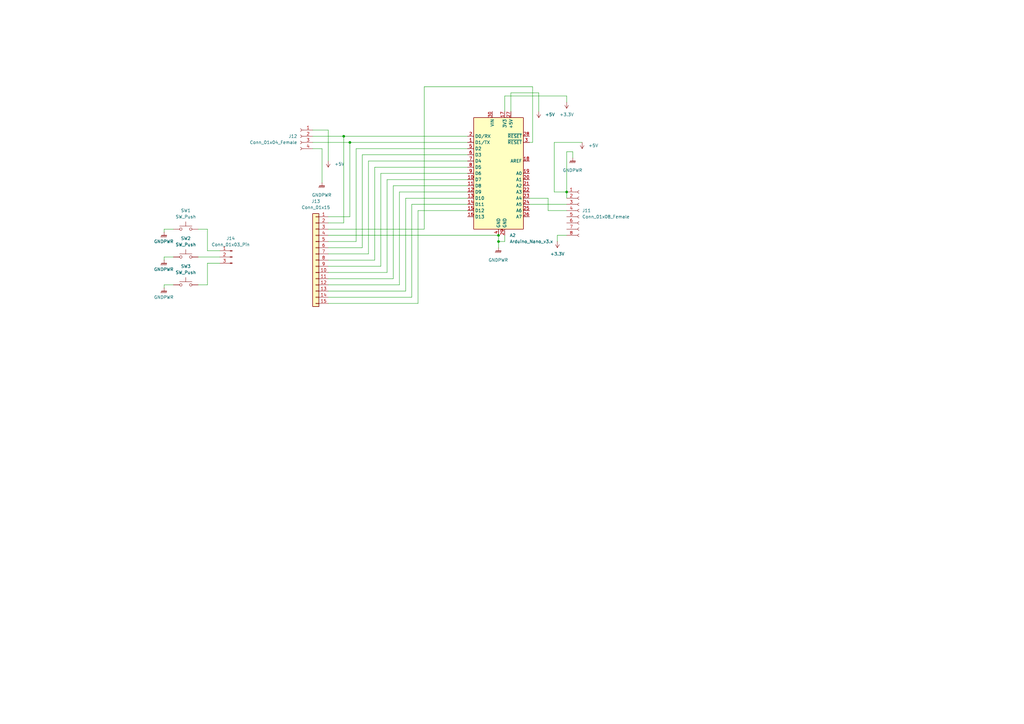
<source format=kicad_sch>
(kicad_sch (version 20231120) (generator "eeschema") (generator_version "8.0")
  (paper "A3")
  (lib_symbols
    (symbol "Connector:Conn_01x03_Pin" (pin_names (offset 1.016) hide)
      (property "Reference" "J" (at 0 5.08 0))
      (property "Value" "Conn_01x03_Pin" (at 0 -5.08 0))
      (symbol "Conn_01x03_Pin_1_1"
        (polyline (pts (xy 1.27 -2.54) (xy 0.8636 -2.54)) (stroke (width 0.1524)))
        (polyline (pts (xy 1.27 0) (xy 0.8636 0)) (stroke (width 0.1524)))
        (polyline (pts (xy 1.27 2.54) (xy 0.8636 2.54)) (stroke (width 0.1524)))
        (rectangle (start 0.8636 -2.413) (end 0 -2.667) (stroke (width 0.1524)) (fill (type outline)))
        (rectangle (start 0.8636 0.127) (end 0 -0.127) (stroke (width 0.1524)) (fill (type outline)))
        (rectangle (start 0.8636 2.667) (end 0 2.413) (stroke (width 0.1524)) (fill (type outline)))
        (pin passive line (at 5.08 2.54 180) (length 3.81) (name "Pin_1") (number "1"))
        (pin passive line (at 5.08 0 180) (length 3.81) (name "Pin_2") (number "2"))
        (pin passive line (at 5.08 -2.54 180) (length 3.81) (name "Pin_3") (number "3"))
      )
    )
    (symbol "Connector:Conn_01x04_Female" (pin_names (offset 1.016) hide)
      (property "Reference" "J" (at 0 5.08 0))
      (property "Value" "Conn_01x04_Female" (at 0 -7.62 0))
      (symbol "Conn_01x04_Female_1_1"
        (arc (start 0 -4.572) (mid -0.5058 -5.08) (end 0 -5.588) (stroke (width 0.1524)))
        (arc (start 0 -2.032) (mid -0.5058 -2.54) (end 0 -3.048) (stroke (width 0.1524)))
        (polyline (pts (xy -1.27 -5.08) (xy -0.508 -5.08)) (stroke (width 0.1524)))
        (polyline (pts (xy -1.27 -2.54) (xy -0.508 -2.54)) (stroke (width 0.1524)))
        (polyline (pts (xy -1.27 0) (xy -0.508 0)) (stroke (width 0.1524)))
        (polyline (pts (xy -1.27 2.54) (xy -0.508 2.54)) (stroke (width 0.1524)))
        (arc (start 0 0.508) (mid -0.5058 0) (end 0 -0.508) (stroke (width 0.1524)))
        (arc (start 0 3.048) (mid -0.5058 2.54) (end 0 2.032) (stroke (width 0.1524)))
        (pin passive line (at -5.08 2.54 0) (length 3.81) (name "Pin_1") (number "1"))
        (pin passive line (at -5.08 0 0) (length 3.81) (name "Pin_2") (number "2"))
        (pin passive line (at -5.08 -2.54 0) (length 3.81) (name "Pin_3") (number "3"))
        (pin passive line (at -5.08 -5.08 0) (length 3.81) (name "Pin_4") (number "4"))
      )
    )
    (symbol "Connector:Conn_01x08_Female" (pin_names (offset 1.016) hide)
      (property "Reference" "J" (at 0 10.16 0))
      (property "Value" "Conn_01x08_Female" (at 0 -12.7 0))
      (symbol "Conn_01x08_Female_1_1"
        (arc (start 0 -9.652) (mid -0.5058 -10.16) (end 0 -10.668) (stroke (width 0.1524)))
        (arc (start 0 -7.112) (mid -0.5058 -7.62) (end 0 -8.128) (stroke (width 0.1524)))
        (arc (start 0 -4.572) (mid -0.5058 -5.08) (end 0 -5.588) (stroke (width 0.1524)))
        (arc (start 0 -2.032) (mid -0.5058 -2.54) (end 0 -3.048) (stroke (width 0.1524)))
        (polyline (pts (xy -1.27 -10.16) (xy -0.508 -10.16)) (stroke (width 0.1524)))
        (polyline (pts (xy -1.27 -7.62) (xy -0.508 -7.62)) (stroke (width 0.1524)))
        (polyline (pts (xy -1.27 -5.08) (xy -0.508 -5.08)) (stroke (width 0.1524)))
        (polyline (pts (xy -1.27 -2.54) (xy -0.508 -2.54)) (stroke (width 0.1524)))
        (polyline (pts (xy -1.27 0) (xy -0.508 0)) (stroke (width 0.1524)))
        (polyline (pts (xy -1.27 2.54) (xy -0.508 2.54)) (stroke (width 0.1524)))
        (polyline (pts (xy -1.27 5.08) (xy -0.508 5.08)) (stroke (width 0.1524)))
        (polyline (pts (xy -1.27 7.62) (xy -0.508 7.62)) (stroke (width 0.1524)))
        (arc (start 0 0.508) (mid -0.5058 0) (end 0 -0.508) (stroke (width 0.1524)))
        (arc (start 0 3.048) (mid -0.5058 2.54) (end 0 2.032) (stroke (width 0.1524)))
        (arc (start 0 5.588) (mid -0.5058 5.08) (end 0 4.572) (stroke (width 0.1524)))
        (arc (start 0 8.128) (mid -0.5058 7.62) (end 0 7.112) (stroke (width 0.1524)))
        (pin passive line (at -5.08 7.62 0) (length 3.81) (name "Pin_1") (number "1"))
        (pin passive line (at -5.08 5.08 0) (length 3.81) (name "Pin_2") (number "2"))
        (pin passive line (at -5.08 2.54 0) (length 3.81) (name "Pin_3") (number "3"))
        (pin passive line (at -5.08 0 0) (length 3.81) (name "Pin_4") (number "4"))
        (pin passive line (at -5.08 -2.54 0) (length 3.81) (name "Pin_5") (number "5"))
        (pin passive line (at -5.08 -5.08 0) (length 3.81) (name "Pin_6") (number "6"))
        (pin passive line (at -5.08 -7.62 0) (length 3.81) (name "Pin_7") (number "7"))
        (pin passive line (at -5.08 -10.16 0) (length 3.81) (name "Pin_8") (number "8"))
      )
    )
    (symbol "Connector_Generic:Conn_01x15" (pin_names (offset 1.016) hide)
      (property "Reference" "J" (at 0 20.32 0))
      (property "Value" "Conn_01x15" (at 0 -20.32 0))
      (symbol "Conn_01x15_1_1"
        (rectangle (start -1.27 -17.653) (end 0 -17.907) (stroke (width 0.1524)))
        (rectangle (start -1.27 -15.113) (end 0 -15.367) (stroke (width 0.1524)))
        (rectangle (start -1.27 -12.573) (end 0 -12.827) (stroke (width 0.1524)))
        (rectangle (start -1.27 -10.033) (end 0 -10.287) (stroke (width 0.1524)))
        (rectangle (start -1.27 -7.493) (end 0 -7.747) (stroke (width 0.1524)))
        (rectangle (start -1.27 -4.953) (end 0 -5.207) (stroke (width 0.1524)))
        (rectangle (start -1.27 -2.413) (end 0 -2.667) (stroke (width 0.1524)))
        (rectangle (start -1.27 0.127) (end 0 -0.127) (stroke (width 0.1524)))
        (rectangle (start -1.27 2.667) (end 0 2.413) (stroke (width 0.1524)))
        (rectangle (start -1.27 5.207) (end 0 4.953) (stroke (width 0.1524)))
        (rectangle (start -1.27 7.747) (end 0 7.493) (stroke (width 0.1524)))
        (rectangle (start -1.27 10.287) (end 0 10.033) (stroke (width 0.1524)))
        (rectangle (start -1.27 12.827) (end 0 12.573) (stroke (width 0.1524)))
        (rectangle (start -1.27 15.367) (end 0 15.113) (stroke (width 0.1524)))
        (rectangle (start -1.27 17.907) (end 0 17.653) (stroke (width 0.1524)))
        (rectangle (start -1.27 19.05) (end 1.27 -19.05) (stroke (width 0.254)) (fill (type background)))
        (pin passive line (at -5.08 17.78 0) (length 3.81) (name "Pin_1") (number "1"))
        (pin passive line (at -5.08 -5.08 0) (length 3.81) (name "Pin_10") (number "10"))
        (pin passive line (at -5.08 -7.62 0) (length 3.81) (name "Pin_11") (number "11"))
        (pin passive line (at -5.08 -10.16 0) (length 3.81) (name "Pin_12") (number "12"))
        (pin passive line (at -5.08 -12.7 0) (length 3.81) (name "Pin_13") (number "13"))
        (pin passive line (at -5.08 -15.24 0) (length 3.81) (name "Pin_14") (number "14"))
        (pin passive line (at -5.08 -17.78 0) (length 3.81) (name "Pin_15") (number "15"))
        (pin passive line (at -5.08 15.24 0) (length 3.81) (name "Pin_2") (number "2"))
        (pin passive line (at -5.08 12.7 0) (length 3.81) (name "Pin_3") (number "3"))
        (pin passive line (at -5.08 10.16 0) (length 3.81) (name "Pin_4") (number "4"))
        (pin passive line (at -5.08 7.62 0) (length 3.81) (name "Pin_5") (number "5"))
        (pin passive line (at -5.08 5.08 0) (length 3.81) (name "Pin_6") (number "6"))
        (pin passive line (at -5.08 2.54 0) (length 3.81) (name "Pin_7") (number "7"))
        (pin passive line (at -5.08 0 0) (length 3.81) (name "Pin_8") (number "8"))
        (pin passive line (at -5.08 -2.54 0) (length 3.81) (name "Pin_9") (number "9"))
      )
    )
    (symbol "GNDPWR_1" (power) (pin_numbers hide) (pin_names (offset 0) hide)
      (property "Value" "GNDPWR" (at 0 -3.302 0))
      (symbol "GNDPWR_1_0_1"
        (polyline (pts (xy 0 -1.27) (xy 0 0)))
        (polyline (pts (xy -1.016 -1.27) (xy -1.27 -2.032) (xy -1.27 -2.032)) (stroke (width 0.2032)))
        (polyline (pts (xy -0.508 -1.27) (xy -0.762 -2.032) (xy -0.762 -2.032)) (stroke (width 0.2032)))
        (polyline (pts (xy 0 -1.27) (xy -0.254 -2.032) (xy -0.254 -2.032)) (stroke (width 0.2032)))
        (polyline (pts (xy 0.508 -1.27) (xy 0.254 -2.032) (xy 0.254 -2.032)) (stroke (width 0.2032)))
        (polyline (pts (xy 1.016 -1.27) (xy -1.016 -1.27) (xy -1.016 -1.27)) (stroke (width 0.2032)))
        (polyline (pts (xy 1.016 -1.27) (xy 0.762 -2.032) (xy 0.762 -2.032) (xy 0.762 -2.032)) (stroke (width 0.2032)))
      )
      (symbol "GNDPWR_1_1_1"
        (pin power_in line (at 0 0 270) (length 0) (name "~") (number "1"))
      )
    )
    (symbol "MCU_Module:Arduino_Nano_v3.x"
      (property "Reference" "A" (at -10.16 23.495 0))
      (property "Value" "Arduino_Nano_v3.x" (at 5.08 -24.13 0))
      (symbol "Arduino_Nano_v3.x_0_1"
        (rectangle (start -10.16 22.86) (end 10.16 -22.86) (stroke (width 0.254)) (fill (type background)))
      )
      (symbol "Arduino_Nano_v3.x_1_1"
        (pin bidirectional line (at -12.7 12.7 0) (length 2.54) (name "D1/TX") (number "1"))
        (pin bidirectional line (at -12.7 -2.54 0) (length 2.54) (name "D7") (number "10"))
        (pin bidirectional line (at -12.7 -5.08 0) (length 2.54) (name "D8") (number "11"))
        (pin bidirectional line (at -12.7 -7.62 0) (length 2.54) (name "D9") (number "12"))
        (pin bidirectional line (at -12.7 -10.16 0) (length 2.54) (name "D10") (number "13"))
        (pin bidirectional line (at -12.7 -12.7 0) (length 2.54) (name "D11") (number "14"))
        (pin bidirectional line (at -12.7 -15.24 0) (length 2.54) (name "D12") (number "15"))
        (pin bidirectional line (at -12.7 -17.78 0) (length 2.54) (name "D13") (number "16"))
        (pin power_out line (at 2.54 25.4 270) (length 2.54) (name "3V3") (number "17"))
        (pin input line (at 12.7 5.08 180) (length 2.54) (name "AREF") (number "18"))
        (pin bidirectional line (at 12.7 0 180) (length 2.54) (name "A0") (number "19"))
        (pin bidirectional line (at -12.7 15.24 0) (length 2.54) (name "D0/RX") (number "2"))
        (pin bidirectional line (at 12.7 -2.54 180) (length 2.54) (name "A1") (number "20"))
        (pin bidirectional line (at 12.7 -5.08 180) (length 2.54) (name "A2") (number "21"))
        (pin bidirectional line (at 12.7 -7.62 180) (length 2.54) (name "A3") (number "22"))
        (pin bidirectional line (at 12.7 -10.16 180) (length 2.54) (name "A4") (number "23"))
        (pin bidirectional line (at 12.7 -12.7 180) (length 2.54) (name "A5") (number "24"))
        (pin bidirectional line (at 12.7 -15.24 180) (length 2.54) (name "A6") (number "25"))
        (pin bidirectional line (at 12.7 -17.78 180) (length 2.54) (name "A7") (number "26"))
        (pin power_out line (at 5.08 25.4 270) (length 2.54) (name "+5V") (number "27"))
        (pin input line (at 12.7 15.24 180) (length 2.54) (name "~{RESET}") (number "28"))
        (pin power_in line (at 2.54 -25.4 90) (length 2.54) (name "GND") (number "29"))
        (pin input line (at 12.7 12.7 180) (length 2.54) (name "~{RESET}") (number "3"))
        (pin power_in line (at -2.54 25.4 270) (length 2.54) (name "VIN") (number "30"))
        (pin power_in line (at 0 -25.4 90) (length 2.54) (name "GND") (number "4"))
        (pin bidirectional line (at -12.7 10.16 0) (length 2.54) (name "D2") (number "5"))
        (pin bidirectional line (at -12.7 7.62 0) (length 2.54) (name "D3") (number "6"))
        (pin bidirectional line (at -12.7 5.08 0) (length 2.54) (name "D4") (number "7"))
        (pin bidirectional line (at -12.7 2.54 0) (length 2.54) (name "D5") (number "8"))
        (pin bidirectional line (at -12.7 0 0) (length 2.54) (name "D6") (number "9"))
      )
    )
    (symbol "Switch:SW_Push" (pin_numbers hide) (pin_names (offset 1.016) hide)
      (property "Reference" "SW" (at 1.27 2.54 0))
      (property "Value" "SW_Push" (at 0 -1.524 0))
      (symbol "SW_Push_0_1"
        (circle (center -2.032 0) (radius 0.508))
        (polyline (pts (xy 0 1.27) (xy 0 3.048)))
        (polyline (pts (xy 2.54 1.27) (xy -2.54 1.27)))
        (circle (center 2.032 0) (radius 0.508))
        (pin passive line (at -5.08 0 0) (length 2.54) (name "1") (number "1"))
        (pin passive line (at 5.08 0 180) (length 2.54) (name "2") (number "2"))
      )
    )
    (symbol "power:+3.3V" (power) (pin_numbers hide) (pin_names (offset 0) hide)
      (property "Value" "+3.3V" (at 0 3.556 0))
      (symbol "+3.3V_0_1"
        (polyline (pts (xy -0.762 1.27) (xy 0 2.54)))
        (polyline (pts (xy 0 0) (xy 0 2.54)))
        (polyline (pts (xy 0 2.54) (xy 0.762 1.27)))
      )
      (symbol "+3.3V_1_1"
        (pin power_in line (at 0 0 90) (length 0) (name "~") (number "1"))
      )
    )
    (symbol "power:+5V" (power) (pin_names (offset 0))
      (property "Value" "+5V" (at 0 3.556 0))
      (symbol "+5V_0_1"
        (polyline (pts (xy -0.762 1.27) (xy 0 2.54)))
        (polyline (pts (xy 0 0) (xy 0 2.54)))
        (polyline (pts (xy 0 2.54) (xy 0.762 1.27)))
      )
      (symbol "+5V_1_1"
        (pin power_in line (at 0 0 90) (length 0) hide (name "+5V") (number "1"))
      )
    )
    (symbol "power:GNDPWR" (power) (pin_names (offset 0))
      (property "Value" "GNDPWR" (at 0 -3.302 0))
      (symbol "GNDPWR_0_1"
        (polyline (pts (xy 0 -1.27) (xy 0 0)))
        (polyline (pts (xy -1.016 -1.27) (xy -1.27 -2.032) (xy -1.27 -2.032)) (stroke (width 0.2032)))
        (polyline (pts (xy -0.508 -1.27) (xy -0.762 -2.032) (xy -0.762 -2.032)) (stroke (width 0.2032)))
        (polyline (pts (xy 0 -1.27) (xy -0.254 -2.032) (xy -0.254 -2.032)) (stroke (width 0.2032)))
        (polyline (pts (xy 0.508 -1.27) (xy 0.254 -2.032) (xy 0.254 -2.032)) (stroke (width 0.2032)))
        (polyline (pts (xy 1.016 -1.27) (xy -1.016 -1.27) (xy -1.016 -1.27)) (stroke (width 0.2032)))
        (polyline (pts (xy 1.016 -1.27) (xy 0.762 -2.032) (xy 0.762 -2.032) (xy 0.762 -2.032)) (stroke (width 0.2032)))
      )
      (symbol "GNDPWR_1_1"
        (pin power_in line (at 0 0 270) (length 0) hide (name "GNDPWR") (number "1"))
      )
    )
  )
  (junction (at 204.47 96.52))
  (junction (at 204.47 99.06))
  (junction (at 232.41 78.74))
  (junction (at 143.51 58.42))
  (junction (at 140.97 55.88))
  (wire (pts (xy 148.59 63.5) (xy 191.77 63.5)))
  (wire (pts (xy 132.08 60.96) (xy 132.08 74.93)))
  (wire (pts (xy 156.21 109.22) (xy 156.21 71.12)))
  (wire (pts (xy 171.45 86.36) (xy 171.45 124.46)))
  (wire (pts (xy 134.62 66.04) (xy 134.62 53.34)))
  (wire (pts (xy 220.98 38.1) (xy 209.55 38.1)))
  (wire (pts (xy 171.45 124.46) (xy 134.62 124.46)))
  (wire (pts (xy 161.29 76.2) (xy 191.77 76.2)))
  (wire (pts (xy 143.51 88.9) (xy 143.51 58.42)))
  (wire (pts (xy 168.91 83.82) (xy 191.77 83.82)))
  (wire (pts (xy 166.37 119.38) (xy 134.62 119.38)))
  (wire (pts (xy 153.67 68.58) (xy 153.67 106.68)))
  (wire (pts (xy 153.67 106.68) (xy 134.62 106.68)))
  (wire (pts (xy 228.6 96.52) (xy 228.6 99.06)))
  (wire (pts (xy 143.51 58.42) (xy 191.77 58.42)))
  (wire (pts (xy 218.44 58.42) (xy 218.44 35.56)))
  (wire (pts (xy 220.98 45.72) (xy 220.98 38.1)))
  (wire (pts (xy 134.62 91.44) (xy 140.97 91.44)))
  (wire (pts (xy 85.09 102.87) (xy 90.17 102.87)))
  (wire (pts (xy 207.01 39.37) (xy 207.01 45.72)))
  (wire (pts (xy 207.01 96.52) (xy 207.01 99.06)))
  (wire (pts (xy 204.47 96.52) (xy 204.47 99.06)))
  (wire (pts (xy 67.31 105.41) (xy 67.31 106.68)))
  (wire (pts (xy 166.37 81.28) (xy 166.37 119.38)))
  (wire (pts (xy 134.62 96.52) (xy 204.47 96.52)))
  (wire (pts (xy 232.41 86.36) (xy 224.79 86.36)))
  (wire (pts (xy 207.01 99.06) (xy 204.47 99.06)))
  (wire (pts (xy 158.75 73.66) (xy 191.77 73.66)))
  (wire (pts (xy 161.29 114.3) (xy 134.62 114.3)))
  (wire (pts (xy 148.59 101.6) (xy 134.62 101.6)))
  (wire (pts (xy 166.37 81.28) (xy 191.77 81.28)))
  (wire (pts (xy 232.41 62.23) (xy 234.95 62.23)))
  (wire (pts (xy 173.99 35.56) (xy 173.99 93.98)))
  (wire (pts (xy 168.91 121.92) (xy 134.62 121.92)))
  (wire (pts (xy 173.99 93.98) (xy 134.62 93.98)))
  (wire (pts (xy 140.97 55.88) (xy 191.77 55.88)))
  (wire (pts (xy 128.27 55.88) (xy 140.97 55.88)))
  (wire (pts (xy 209.55 38.1) (xy 209.55 45.72)))
  (wire (pts (xy 85.09 93.98) (xy 85.09 102.87)))
  (wire (pts (xy 134.62 109.22) (xy 156.21 109.22)))
  (wire (pts (xy 232.41 78.74) (xy 232.41 81.28)))
  (wire (pts (xy 234.95 62.23) (xy 234.95 64.77)))
  (wire (pts (xy 161.29 76.2) (xy 161.29 114.3)))
  (wire (pts (xy 134.62 99.06) (xy 146.05 99.06)))
  (wire (pts (xy 232.41 96.52) (xy 228.6 96.52)))
  (wire (pts (xy 134.62 53.34) (xy 128.27 53.34)))
  (wire (pts (xy 232.41 39.37) (xy 207.01 39.37)))
  (wire (pts (xy 232.41 62.23) (xy 232.41 78.74)))
  (wire (pts (xy 168.91 83.82) (xy 168.91 121.92)))
  (wire (pts (xy 224.79 81.28) (xy 217.17 81.28)))
  (wire (pts (xy 67.31 93.98) (xy 67.31 95.25)))
  (wire (pts (xy 232.41 41.91) (xy 232.41 39.37)))
  (wire (pts (xy 158.75 111.76) (xy 158.75 73.66)))
  (wire (pts (xy 71.12 105.41) (xy 67.31 105.41)))
  (wire (pts (xy 163.83 116.84) (xy 134.62 116.84)))
  (wire (pts (xy 134.62 88.9) (xy 143.51 88.9)))
  (wire (pts (xy 81.28 116.84) (xy 85.09 116.84)))
  (wire (pts (xy 67.31 116.84) (xy 67.31 118.11)))
  (wire (pts (xy 217.17 58.42) (xy 218.44 58.42)))
  (wire (pts (xy 134.62 111.76) (xy 158.75 111.76)))
  (wire (pts (xy 151.13 66.04) (xy 191.77 66.04)))
  (wire (pts (xy 140.97 91.44) (xy 140.97 55.88)))
  (wire (pts (xy 171.45 86.36) (xy 191.77 86.36)))
  (wire (pts (xy 85.09 107.95) (xy 90.17 107.95)))
  (wire (pts (xy 132.08 60.96) (xy 128.27 60.96)))
  (wire (pts (xy 224.79 86.36) (xy 224.79 81.28)))
  (wire (pts (xy 146.05 99.06) (xy 146.05 60.96)))
  (wire (pts (xy 227.33 78.74) (xy 227.33 58.42)))
  (wire (pts (xy 71.12 93.98) (xy 67.31 93.98)))
  (wire (pts (xy 153.67 68.58) (xy 191.77 68.58)))
  (wire (pts (xy 227.33 58.42) (xy 238.76 58.42)))
  (wire (pts (xy 148.59 63.5) (xy 148.59 101.6)))
  (wire (pts (xy 85.09 116.84) (xy 85.09 107.95)))
  (wire (pts (xy 151.13 104.14) (xy 151.13 66.04)))
  (wire (pts (xy 232.41 78.74) (xy 227.33 78.74)))
  (wire (pts (xy 163.83 78.74) (xy 163.83 116.84)))
  (wire (pts (xy 71.12 116.84) (xy 67.31 116.84)))
  (wire (pts (xy 134.62 104.14) (xy 151.13 104.14)))
  (wire (pts (xy 128.27 58.42) (xy 143.51 58.42)))
  (wire (pts (xy 163.83 78.74) (xy 191.77 78.74)))
  (wire (pts (xy 218.44 35.56) (xy 173.99 35.56)))
  (wire (pts (xy 81.28 93.98) (xy 85.09 93.98)))
  (wire (pts (xy 81.28 105.41) (xy 90.17 105.41)))
  (wire (pts (xy 217.17 83.82) (xy 232.41 83.82)))
  (wire (pts (xy 146.05 60.96) (xy 191.77 60.96)))
  (wire (pts (xy 156.21 71.12) (xy 191.77 71.12)))
  (wire (pts (xy 204.47 99.06) (xy 204.47 101.6)))
  (symbol (lib_name "GNDPWR_1") (lib_id "power:GNDPWR") (at 67.31 95.25 0) (unit 1)
    (property "Reference" "#PWR09" (effects (hide yes)))
    (property "Value" "GNDPWR" (at 67.183 99.06 0))
    (property "Description" "Power symbol creates a global label with name \"GNDPWR\" , global ground" (effects (hide yes)))
  )
  (symbol (lib_id "MCU_Module:Arduino_Nano_v3.x") (at 204.47 71.12 0) (unit 1)
    (property "Reference" "A2" (at 209.0294 96.52 0) (effects (justify left)))
    (property "Value" "Arduino_Nano_v3.x" (at 209.0294 99.06 0) (effects (justify left)))
    (property "Footprint" "Module:Arduino_Nano" (effects (hide yes)))
    (property "Datasheet" "http://www.mouser.com/pdfdocs/Gravitech_Arduino_Nano3_0.pdf" (effects (hide yes)))
  )
  (symbol (lib_id "Switch:SW_Push") (at 76.2 116.84 0) (unit 1)
    (property "Reference" "SW3" (at 76.2 109.22 0))
    (property "Value" "SW_Push" (at 76.2 111.76 0))
    (property "Footprint" "Button_Switch_THT:SW_PUSH_6mm" (effects (hide yes)))
    (property "Description" "Push button switch, generic, two pins" (effects (hide yes)))
  )
  (symbol (lib_id "Switch:SW_Push") (at 76.2 93.98 0) (unit 1)
    (property "Reference" "SW1" (at 76.2 86.36 0))
    (property "Value" "SW_Push" (at 76.2 88.9 0))
    (property "Footprint" "Button_Switch_THT:SW_PUSH_6mm" (effects (hide yes)))
    (property "Description" "Push button switch, generic, two pins" (effects (hide yes)))
  )
  (symbol (lib_id "power:GNDPWR") (at 234.95 64.77 0) (unit 1)
    (property "Reference" "#PWR06" (effects (hide yes)))
    (property "Value" "GNDPWR" (at 234.823 69.85 0))
  )
  (symbol (lib_id "Connector:Conn_01x04_Female") (at 123.19 55.88 0) (mirror y) (unit 1)
    (property "Reference" "J12" (at 121.92 55.8799 0) (effects (justify left)))
    (property "Value" "Conn_01x04_Female" (at 121.92 58.4199 0) (effects (justify left)))
    (property "Footprint" "Connector_Molex:Molex_SPOX_5268-04A_1x04_P2.50mm_Horizontal" (effects (hide yes)))
  )
  (symbol (lib_id "power:+5V") (at 134.62 66.04 180) (unit 1)
    (property "Reference" "#PWR02" (effects (hide yes)))
    (property "Value" "+5V" (at 137.16 67.3099 0) (effects (justify right)))
  )
  (symbol (lib_name "GNDPWR_1") (lib_id "power:GNDPWR") (at 67.31 106.68 0) (unit 1)
    (property "Reference" "#PWR010" (effects (hide yes)))
    (property "Value" "GNDPWR" (at 67.183 110.49 0))
    (property "Description" "Power symbol creates a global label with name \"GNDPWR\" , global ground" (effects (hide yes)))
  )
  (symbol (lib_id "Connector:Conn_01x08_Female") (at 237.49 86.36 0) (unit 1)
    (property "Reference" "J11" (at 238.76 86.3599 0) (effects (justify left)))
    (property "Value" "Conn_01x08_Female" (at 238.76 88.8999 0) (effects (justify left)))
    (property "Footprint" "Connector_JST:JST_XH_S8B-XH-A-1_1x08_P2.50mm_Horizontal" (effects (hide yes)))
  )
  (symbol (lib_id "power:GNDPWR") (at 132.08 74.93 0) (unit 1)
    (property "Reference" "#PWR03" (effects (hide yes)))
    (property "Value" "GNDPWR" (at 131.953 80.01 0))
  )
  (symbol (lib_id "Connector_Generic:Conn_01x15") (at 129.54 106.68 0) (mirror y) (unit 1)
    (property "Reference" "J13" (at 129.54 82.55 0))
    (property "Value" "Conn_01x15" (at 129.54 85.09 0))
    (property "Footprint" "Connector_PinSocket_2.54mm:PinSocket_1x15_P2.54mm_Vertical" (effects (hide yes)))
  )
  (symbol (lib_id "power:GNDPWR") (at 204.47 101.6 0) (unit 1)
    (property "Reference" "#PWR04" (effects (hide yes)))
    (property "Value" "GNDPWR" (at 204.343 106.68 0))
  )
  (symbol (lib_id "power:+3.3V") (at 232.41 41.91 180) (unit 1)
    (property "Reference" "#PWR07" (effects (hide yes)))
    (property "Value" "+3.3V" (at 232.41 46.99 0))
    (property "Description" "Power symbol creates a global label with name \"+3.3V\"" (effects (hide yes)))
  )
  (symbol (lib_name "GNDPWR_1") (lib_id "power:GNDPWR") (at 67.31 118.11 0) (unit 1)
    (property "Reference" "#PWR011" (effects (hide yes)))
    (property "Value" "GNDPWR" (at 67.183 121.92 0))
    (property "Description" "Power symbol creates a global label with name \"GNDPWR\" , global ground" (effects (hide yes)))
  )
  (symbol (lib_id "Connector:Conn_01x03_Pin") (at 95.25 105.41 0) (mirror y) (unit 1)
    (property "Reference" "J14" (at 94.615 97.79 0))
    (property "Value" "Conn_01x03_Pin" (at 94.615 100.33 0))
    (property "Footprint" "Connector_PinHeader_2.54mm:PinHeader_1x03_P2.54mm_Vertical" (effects (hide yes)))
    (property "Description" "Generic connector, single row, 01x03, script generated" (effects (hide yes)))
  )
  (symbol (lib_id "Switch:SW_Push") (at 76.2 105.41 0) (unit 1)
    (property "Reference" "SW2" (at 76.2 97.79 0))
    (property "Value" "SW_Push" (at 76.2 100.33 0))
    (property "Footprint" "Button_Switch_THT:SW_PUSH_6mm" (effects (hide yes)))
    (property "Description" "Push button switch, generic, two pins" (effects (hide yes)))
  )
  (symbol (lib_id "power:+5V") (at 220.98 45.72 180) (unit 1)
    (property "Reference" "#PWR01" (effects (hide yes)))
    (property "Value" "+5V" (at 223.52 46.9899 0) (effects (justify right)))
  )
  (symbol (lib_id "power:+5V") (at 238.76 58.42 180) (unit 1)
    (property "Reference" "#PWR05" (effects (hide yes)))
    (property "Value" "+5V" (at 241.3 59.6899 0) (effects (justify right)))
  )
  (symbol (lib_id "power:+3.3V") (at 228.6 99.06 180) (unit 1)
    (property "Reference" "#PWR08" (effects (hide yes)))
    (property "Value" "+3.3V" (at 228.6 104.14 0))
    (property "Description" "Power symbol creates a global label with name \"+3.3V\"" (effects (hide yes)))
  )
)
</source>
